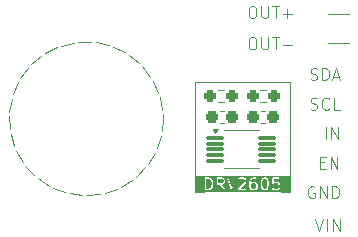
<source format=gto>
G04 #@! TF.GenerationSoftware,KiCad,Pcbnew,8.0.5*
G04 #@! TF.CreationDate,2024-10-05T11:22:00+02:00*
G04 #@! TF.ProjectId,DRV2605-breakout,44525632-3630-4352-9d62-7265616b6f75,rev?*
G04 #@! TF.SameCoordinates,Original*
G04 #@! TF.FileFunction,Legend,Top*
G04 #@! TF.FilePolarity,Positive*
%FSLAX46Y46*%
G04 Gerber Fmt 4.6, Leading zero omitted, Abs format (unit mm)*
G04 Created by KiCad (PCBNEW 8.0.5) date 2024-10-05 11:22:00*
%MOMM*%
%LPD*%
G01*
G04 APERTURE LIST*
G04 Aperture macros list*
%AMRoundRect*
0 Rectangle with rounded corners*
0 $1 Rounding radius*
0 $2 $3 $4 $5 $6 $7 $8 $9 X,Y pos of 4 corners*
0 Add a 4 corners polygon primitive as box body*
4,1,4,$2,$3,$4,$5,$6,$7,$8,$9,$2,$3,0*
0 Add four circle primitives for the rounded corners*
1,1,$1+$1,$2,$3*
1,1,$1+$1,$4,$5*
1,1,$1+$1,$6,$7*
1,1,$1+$1,$8,$9*
0 Add four rect primitives between the rounded corners*
20,1,$1+$1,$2,$3,$4,$5,0*
20,1,$1+$1,$4,$5,$6,$7,0*
20,1,$1+$1,$6,$7,$8,$9,0*
20,1,$1+$1,$8,$9,$2,$3,0*%
G04 Aperture macros list end*
%ADD10C,0.001000*%
%ADD11C,0.100000*%
%ADD12C,0.125000*%
%ADD13C,0.120000*%
%ADD14RoundRect,0.075000X-0.650000X-0.075000X0.650000X-0.075000X0.650000X0.075000X-0.650000X0.075000X0*%
%ADD15RoundRect,0.237500X-0.250000X-0.237500X0.250000X-0.237500X0.250000X0.237500X-0.250000X0.237500X0*%
%ADD16RoundRect,0.237500X0.250000X0.237500X-0.250000X0.237500X-0.250000X-0.237500X0.250000X-0.237500X0*%
%ADD17C,1.700000*%
%ADD18O,1.700000X1.700000*%
%ADD19RoundRect,0.237500X0.300000X0.237500X-0.300000X0.237500X-0.300000X-0.237500X0.300000X-0.237500X0*%
%ADD20RoundRect,0.237500X-0.300000X-0.237500X0.300000X-0.237500X0.300000X0.237500X-0.300000X0.237500X0*%
G04 APERTURE END LIST*
D10*
X126003973Y-79750660D02*
X126804826Y-79750660D01*
X126804826Y-81069937D01*
X126003973Y-81069937D01*
X126003973Y-79750660D01*
G36*
X126003973Y-79750660D02*
G01*
X126804826Y-79750660D01*
X126804826Y-81069937D01*
X126003973Y-81069937D01*
X126003973Y-79750660D01*
G37*
X118699147Y-79750000D02*
X119500000Y-79750000D01*
X119500000Y-81069277D01*
X118699147Y-81069277D01*
X118699147Y-79750000D01*
G36*
X118699147Y-79750000D02*
G01*
X119500000Y-79750000D01*
X119500000Y-81069277D01*
X118699147Y-81069277D01*
X118699147Y-79750000D01*
G37*
D11*
X118750000Y-71750000D02*
X126750000Y-71750000D01*
X126750000Y-79750000D01*
X118750000Y-79750000D01*
X118750000Y-71750000D01*
D12*
G36*
X119996689Y-80001057D02*
G01*
X120074321Y-80078689D01*
X120114337Y-80158722D01*
X120158426Y-80335076D01*
X120158426Y-80462545D01*
X120114337Y-80638899D01*
X120074320Y-80718932D01*
X119996689Y-80796564D01*
X119877450Y-80836311D01*
X119711998Y-80836311D01*
X119711998Y-79961311D01*
X119877450Y-79961311D01*
X119996689Y-80001057D01*
G37*
G36*
X123850572Y-80378749D02*
G01*
X123883845Y-80412022D01*
X123920331Y-80484994D01*
X123920331Y-80693579D01*
X123883845Y-80766549D01*
X123850569Y-80799826D01*
X123777600Y-80836311D01*
X123616634Y-80836311D01*
X123543664Y-80799826D01*
X123510388Y-80766549D01*
X123473903Y-80693579D01*
X123473903Y-80484994D01*
X123510389Y-80412022D01*
X123543662Y-80378749D01*
X123616634Y-80342263D01*
X123777600Y-80342263D01*
X123850572Y-80378749D01*
G37*
G36*
X124755334Y-79997797D02*
G01*
X124788607Y-80031070D01*
X124828623Y-80111103D01*
X124872712Y-80287457D01*
X124872712Y-80510164D01*
X124828623Y-80686518D01*
X124788607Y-80766549D01*
X124755331Y-80799826D01*
X124682362Y-80836311D01*
X124616634Y-80836311D01*
X124543664Y-80799826D01*
X124510388Y-80766549D01*
X124470372Y-80686518D01*
X124426284Y-80510163D01*
X124426284Y-80287457D01*
X124470372Y-80111102D01*
X124510389Y-80031070D01*
X124543662Y-79997797D01*
X124616634Y-79961311D01*
X124682362Y-79961311D01*
X124755334Y-79997797D01*
G37*
G36*
X121088667Y-79997797D02*
G01*
X121121940Y-80031070D01*
X121158426Y-80104042D01*
X121158426Y-80217389D01*
X121121940Y-80290361D01*
X121088667Y-80323634D01*
X121015695Y-80360120D01*
X120711998Y-80360120D01*
X120711998Y-79961311D01*
X121015695Y-79961311D01*
X121088667Y-79997797D01*
G37*
G36*
X126061204Y-81072422D02*
G01*
X119475887Y-81072422D01*
X119475887Y-79898811D01*
X119586998Y-79898811D01*
X119586998Y-80898811D01*
X119591756Y-80922728D01*
X119591756Y-80922729D01*
X119625580Y-80956553D01*
X119649498Y-80961311D01*
X119887593Y-80961311D01*
X119897418Y-80959356D01*
X119907357Y-80958104D01*
X120050214Y-80910485D01*
X120052935Y-80908934D01*
X120054367Y-80908934D01*
X120062695Y-80903369D01*
X120071400Y-80898407D01*
X120072040Y-80897125D01*
X120074644Y-80895386D01*
X120169883Y-80800147D01*
X120175449Y-80791815D01*
X120181590Y-80783904D01*
X120229209Y-80688666D01*
X120231017Y-80682061D01*
X120233941Y-80675873D01*
X120281560Y-80485398D01*
X120281932Y-80477748D01*
X120283426Y-80470239D01*
X120283426Y-80327382D01*
X120281932Y-80319872D01*
X120281560Y-80312223D01*
X120233941Y-80121748D01*
X120231017Y-80115559D01*
X120229209Y-80108955D01*
X120181590Y-80013717D01*
X120175442Y-80005795D01*
X120169882Y-79997474D01*
X120074644Y-79902236D01*
X120072040Y-79900496D01*
X120071400Y-79899215D01*
X120070691Y-79898811D01*
X120586998Y-79898811D01*
X120586998Y-80898811D01*
X120591756Y-80922729D01*
X120625580Y-80956553D01*
X120673416Y-80956553D01*
X120707240Y-80922729D01*
X120711998Y-80898811D01*
X120711998Y-80485120D01*
X120855052Y-80485120D01*
X121169724Y-80934653D01*
X121187338Y-80951518D01*
X121234445Y-80959831D01*
X121273633Y-80932399D01*
X121281946Y-80885293D01*
X121272128Y-80862970D01*
X121007634Y-80485120D01*
X121030450Y-80485120D01*
X121033521Y-80484509D01*
X121034880Y-80484962D01*
X121044540Y-80482316D01*
X121054368Y-80480362D01*
X121055381Y-80479348D01*
X121058401Y-80478522D01*
X121153639Y-80430903D01*
X121161560Y-80424755D01*
X121169882Y-80419195D01*
X121217501Y-80371576D01*
X121223061Y-80363254D01*
X121229209Y-80355333D01*
X121276828Y-80260095D01*
X121277654Y-80257075D01*
X121278668Y-80256062D01*
X121280622Y-80246234D01*
X121283268Y-80236574D01*
X121282815Y-80235215D01*
X121283426Y-80232144D01*
X121283426Y-80089287D01*
X121282815Y-80086215D01*
X121283268Y-80084857D01*
X121280622Y-80075196D01*
X121278668Y-80065369D01*
X121277654Y-80064355D01*
X121276828Y-80061336D01*
X121229209Y-79966098D01*
X121223061Y-79958176D01*
X121217501Y-79949855D01*
X121169882Y-79902236D01*
X121161560Y-79896675D01*
X121158603Y-79894380D01*
X121444299Y-79894380D01*
X121447348Y-79918575D01*
X121780681Y-80918575D01*
X121792759Y-80939761D01*
X121796935Y-80941849D01*
X121799024Y-80946026D01*
X121817819Y-80952291D01*
X121835543Y-80961153D01*
X121839974Y-80959676D01*
X121844405Y-80961153D01*
X121862129Y-80952291D01*
X121880924Y-80946026D01*
X121883012Y-80941849D01*
X121887189Y-80939761D01*
X121899267Y-80918575D01*
X121913828Y-80874893D01*
X122353661Y-80874893D01*
X122353661Y-80922729D01*
X122387485Y-80956553D01*
X122411403Y-80961311D01*
X123030450Y-80961311D01*
X123054368Y-80956553D01*
X123088192Y-80922729D01*
X123088192Y-80874893D01*
X123054368Y-80841069D01*
X123030450Y-80836311D01*
X122562291Y-80836311D01*
X123027025Y-80371576D01*
X123028764Y-80368972D01*
X123030046Y-80368332D01*
X123035008Y-80359627D01*
X123040573Y-80351299D01*
X123040573Y-80349866D01*
X123042124Y-80347146D01*
X123048712Y-80327382D01*
X123348903Y-80327382D01*
X123348903Y-80708334D01*
X123349513Y-80711405D01*
X123349061Y-80712764D01*
X123351706Y-80722424D01*
X123353661Y-80732252D01*
X123354674Y-80733265D01*
X123355501Y-80736285D01*
X123403120Y-80831523D01*
X123409260Y-80839434D01*
X123414827Y-80847766D01*
X123462446Y-80895386D01*
X123470774Y-80900950D01*
X123478690Y-80907094D01*
X123573928Y-80954713D01*
X123576947Y-80955539D01*
X123577961Y-80956553D01*
X123587788Y-80958507D01*
X123597449Y-80961153D01*
X123598807Y-80960700D01*
X123601879Y-80961311D01*
X123792355Y-80961311D01*
X123795426Y-80960700D01*
X123796785Y-80961153D01*
X123806445Y-80958507D01*
X123816273Y-80956553D01*
X123817286Y-80955539D01*
X123820306Y-80954713D01*
X123915544Y-80907094D01*
X123923459Y-80900950D01*
X123931788Y-80895386D01*
X123979407Y-80847766D01*
X123984970Y-80839438D01*
X123991114Y-80831523D01*
X124038733Y-80736285D01*
X124039559Y-80733265D01*
X124040573Y-80732252D01*
X124042527Y-80722424D01*
X124045173Y-80712764D01*
X124044720Y-80711405D01*
X124045331Y-80708334D01*
X124045331Y-80470239D01*
X124044720Y-80467167D01*
X124045173Y-80465809D01*
X124042527Y-80456148D01*
X124040573Y-80446321D01*
X124039559Y-80445307D01*
X124038733Y-80442288D01*
X123991114Y-80347050D01*
X123984966Y-80339128D01*
X123979406Y-80330807D01*
X123931787Y-80283188D01*
X123926662Y-80279763D01*
X124301284Y-80279763D01*
X124301284Y-80517858D01*
X124302777Y-80525367D01*
X124303150Y-80533016D01*
X124350769Y-80723492D01*
X124353692Y-80729680D01*
X124355501Y-80736285D01*
X124403120Y-80831523D01*
X124409260Y-80839434D01*
X124414827Y-80847766D01*
X124462446Y-80895386D01*
X124470774Y-80900950D01*
X124478690Y-80907094D01*
X124573928Y-80954713D01*
X124576947Y-80955539D01*
X124577961Y-80956553D01*
X124587788Y-80958507D01*
X124597449Y-80961153D01*
X124598807Y-80960700D01*
X124601879Y-80961311D01*
X124697117Y-80961311D01*
X124700188Y-80960700D01*
X124701547Y-80961153D01*
X124711207Y-80958507D01*
X124721035Y-80956553D01*
X124722048Y-80955539D01*
X124725068Y-80954713D01*
X124820306Y-80907094D01*
X124828221Y-80900950D01*
X124836550Y-80895386D01*
X124884169Y-80847766D01*
X124889732Y-80839438D01*
X124895876Y-80831523D01*
X124943495Y-80736285D01*
X124945303Y-80729680D01*
X124948227Y-80723492D01*
X124995846Y-80533017D01*
X124996218Y-80525367D01*
X124997712Y-80517858D01*
X124997712Y-80368782D01*
X125253975Y-80368782D01*
X125256330Y-80393055D01*
X125258423Y-80395613D01*
X125258423Y-80398918D01*
X125273292Y-80413787D01*
X125286620Y-80430077D01*
X125289911Y-80430406D01*
X125292248Y-80432743D01*
X125313285Y-80432743D01*
X125334219Y-80434836D01*
X125336777Y-80432743D01*
X125340082Y-80432743D01*
X125360359Y-80419195D01*
X125400805Y-80378749D01*
X125473777Y-80342263D01*
X125682362Y-80342263D01*
X125755334Y-80378749D01*
X125788607Y-80412022D01*
X125825093Y-80484994D01*
X125825093Y-80693579D01*
X125788607Y-80766549D01*
X125755331Y-80799826D01*
X125682362Y-80836311D01*
X125473777Y-80836311D01*
X125400807Y-80799826D01*
X125360360Y-80759378D01*
X125340083Y-80745830D01*
X125292248Y-80745829D01*
X125258423Y-80779654D01*
X125258422Y-80827489D01*
X125271970Y-80847766D01*
X125319589Y-80895386D01*
X125327917Y-80900950D01*
X125335833Y-80907094D01*
X125431071Y-80954713D01*
X125434090Y-80955539D01*
X125435104Y-80956553D01*
X125444931Y-80958507D01*
X125454592Y-80961153D01*
X125455950Y-80960700D01*
X125459022Y-80961311D01*
X125697117Y-80961311D01*
X125700188Y-80960700D01*
X125701547Y-80961153D01*
X125711207Y-80958507D01*
X125721035Y-80956553D01*
X125722048Y-80955539D01*
X125725068Y-80954713D01*
X125820306Y-80907094D01*
X125828221Y-80900950D01*
X125836550Y-80895386D01*
X125884169Y-80847766D01*
X125889732Y-80839438D01*
X125895876Y-80831523D01*
X125943495Y-80736285D01*
X125944321Y-80733265D01*
X125945335Y-80732252D01*
X125947289Y-80722424D01*
X125949935Y-80712764D01*
X125949482Y-80711405D01*
X125950093Y-80708334D01*
X125950093Y-80470239D01*
X125949482Y-80467167D01*
X125949935Y-80465809D01*
X125947289Y-80456148D01*
X125945335Y-80446321D01*
X125944321Y-80445307D01*
X125943495Y-80442288D01*
X125895876Y-80347050D01*
X125889728Y-80339128D01*
X125884168Y-80330807D01*
X125836549Y-80283188D01*
X125828227Y-80277627D01*
X125820306Y-80271480D01*
X125725068Y-80223861D01*
X125722048Y-80223034D01*
X125721035Y-80222021D01*
X125711207Y-80220066D01*
X125701547Y-80217421D01*
X125700188Y-80217873D01*
X125697117Y-80217263D01*
X125459022Y-80217263D01*
X125455950Y-80217873D01*
X125454592Y-80217421D01*
X125444931Y-80220066D01*
X125435104Y-80222021D01*
X125434090Y-80223034D01*
X125431071Y-80223861D01*
X125392144Y-80243324D01*
X125420346Y-79961311D01*
X125839974Y-79961311D01*
X125863892Y-79956553D01*
X125897716Y-79922729D01*
X125897716Y-79874893D01*
X125863892Y-79841069D01*
X125839974Y-79836311D01*
X125363784Y-79836311D01*
X125348829Y-79839285D01*
X125345730Y-79838976D01*
X125344233Y-79840200D01*
X125339866Y-79841069D01*
X125324991Y-79855943D01*
X125308708Y-79869266D01*
X125307408Y-79873526D01*
X125306042Y-79874893D01*
X125306042Y-79878007D01*
X125301594Y-79892592D01*
X125253975Y-80368782D01*
X124997712Y-80368782D01*
X124997712Y-80279763D01*
X124996218Y-80272253D01*
X124995846Y-80264604D01*
X124948227Y-80074129D01*
X124945303Y-80067940D01*
X124943495Y-80061336D01*
X124895876Y-79966098D01*
X124889728Y-79958176D01*
X124884168Y-79949855D01*
X124836549Y-79902236D01*
X124828227Y-79896675D01*
X124820306Y-79890528D01*
X124725068Y-79842909D01*
X124722048Y-79842082D01*
X124721035Y-79841069D01*
X124711207Y-79839114D01*
X124701547Y-79836469D01*
X124700188Y-79836921D01*
X124697117Y-79836311D01*
X124601879Y-79836311D01*
X124598807Y-79836921D01*
X124597449Y-79836469D01*
X124587788Y-79839114D01*
X124577961Y-79841069D01*
X124576947Y-79842082D01*
X124573928Y-79842909D01*
X124478690Y-79890528D01*
X124470768Y-79896675D01*
X124462447Y-79902236D01*
X124414828Y-79949855D01*
X124409267Y-79958176D01*
X124403120Y-79966098D01*
X124355501Y-80061336D01*
X124353692Y-80067940D01*
X124350769Y-80074129D01*
X124303150Y-80264605D01*
X124302777Y-80272253D01*
X124301284Y-80279763D01*
X123926662Y-80279763D01*
X123923465Y-80277627D01*
X123915544Y-80271480D01*
X123820306Y-80223861D01*
X123817286Y-80223034D01*
X123816273Y-80222021D01*
X123806445Y-80220066D01*
X123796785Y-80217421D01*
X123795426Y-80217873D01*
X123792355Y-80217263D01*
X123601879Y-80217263D01*
X123598807Y-80217873D01*
X123597449Y-80217421D01*
X123587788Y-80220066D01*
X123577961Y-80222021D01*
X123576947Y-80223034D01*
X123573928Y-80223861D01*
X123491389Y-80265130D01*
X123517030Y-80162566D01*
X123602831Y-80033866D01*
X123638900Y-79997797D01*
X123711872Y-79961311D01*
X123887593Y-79961311D01*
X123911511Y-79956553D01*
X123945335Y-79922729D01*
X123945335Y-79874893D01*
X123911511Y-79841069D01*
X123887593Y-79836311D01*
X123697117Y-79836311D01*
X123694045Y-79836921D01*
X123692687Y-79836469D01*
X123683026Y-79839114D01*
X123673199Y-79841069D01*
X123672185Y-79842082D01*
X123669166Y-79842909D01*
X123573928Y-79890528D01*
X123566006Y-79896675D01*
X123557685Y-79902236D01*
X123510066Y-79949855D01*
X123506629Y-79954998D01*
X123502257Y-79959380D01*
X123407019Y-80102237D01*
X123402942Y-80112106D01*
X123398388Y-80121748D01*
X123350769Y-80312224D01*
X123350396Y-80319872D01*
X123348903Y-80327382D01*
X123048712Y-80327382D01*
X123089743Y-80204290D01*
X123090995Y-80194349D01*
X123092950Y-80184525D01*
X123092950Y-80089287D01*
X123092339Y-80086215D01*
X123092792Y-80084857D01*
X123090146Y-80075196D01*
X123088192Y-80065369D01*
X123087178Y-80064355D01*
X123086352Y-80061336D01*
X123038733Y-79966098D01*
X123032585Y-79958176D01*
X123027025Y-79949855D01*
X122979406Y-79902236D01*
X122971084Y-79896675D01*
X122963163Y-79890528D01*
X122867925Y-79842909D01*
X122864905Y-79842082D01*
X122863892Y-79841069D01*
X122854064Y-79839114D01*
X122844404Y-79836469D01*
X122843045Y-79836921D01*
X122839974Y-79836311D01*
X122601879Y-79836311D01*
X122598807Y-79836921D01*
X122597449Y-79836469D01*
X122587788Y-79839114D01*
X122577961Y-79841069D01*
X122576947Y-79842082D01*
X122573928Y-79842909D01*
X122478690Y-79890528D01*
X122470768Y-79896675D01*
X122462447Y-79902236D01*
X122414828Y-79949855D01*
X122401280Y-79970132D01*
X122401280Y-80017966D01*
X122435105Y-80051791D01*
X122482939Y-80051791D01*
X122503216Y-80038243D01*
X122543662Y-79997797D01*
X122616634Y-79961311D01*
X122825219Y-79961311D01*
X122898191Y-79997797D01*
X122931464Y-80031070D01*
X122967950Y-80104042D01*
X122967950Y-80174382D01*
X122928203Y-80293621D01*
X122367209Y-80854617D01*
X122353663Y-80874890D01*
X122353661Y-80874893D01*
X121913828Y-80874893D01*
X122232600Y-79918576D01*
X122235649Y-79894380D01*
X122214257Y-79851596D01*
X122168876Y-79836469D01*
X122126092Y-79857861D01*
X122114014Y-79879047D01*
X121839974Y-80701167D01*
X121565934Y-79879047D01*
X121553856Y-79857861D01*
X121511072Y-79836469D01*
X121465691Y-79851596D01*
X121444299Y-79894380D01*
X121158603Y-79894380D01*
X121153639Y-79890528D01*
X121058401Y-79842909D01*
X121055381Y-79842082D01*
X121054368Y-79841069D01*
X121044540Y-79839114D01*
X121034880Y-79836469D01*
X121033521Y-79836921D01*
X121030450Y-79836311D01*
X120649498Y-79836311D01*
X120625580Y-79841069D01*
X120591756Y-79874893D01*
X120586998Y-79898811D01*
X120070691Y-79898811D01*
X120062695Y-79894252D01*
X120054367Y-79888688D01*
X120052935Y-79888688D01*
X120050214Y-79887137D01*
X119907357Y-79839518D01*
X119897418Y-79838265D01*
X119887593Y-79836311D01*
X119649498Y-79836311D01*
X119625580Y-79841069D01*
X119591756Y-79874893D01*
X119586998Y-79898811D01*
X119475887Y-79898811D01*
X119475887Y-79725200D01*
X126061204Y-79725200D01*
X126061204Y-81072422D01*
G37*
D11*
X130000000Y-68500000D02*
X131750000Y-68500000D01*
X130000000Y-66000000D02*
X131750000Y-66000000D01*
D12*
X128927474Y-83371119D02*
X129260807Y-84371119D01*
X129260807Y-84371119D02*
X129594140Y-83371119D01*
X129927474Y-84371119D02*
X129927474Y-83371119D01*
X130403664Y-84371119D02*
X130403664Y-83371119D01*
X130403664Y-83371119D02*
X130975092Y-84371119D01*
X130975092Y-84371119D02*
X130975092Y-83371119D01*
X128844140Y-80668738D02*
X128748902Y-80621119D01*
X128748902Y-80621119D02*
X128606045Y-80621119D01*
X128606045Y-80621119D02*
X128463188Y-80668738D01*
X128463188Y-80668738D02*
X128367950Y-80763976D01*
X128367950Y-80763976D02*
X128320331Y-80859214D01*
X128320331Y-80859214D02*
X128272712Y-81049690D01*
X128272712Y-81049690D02*
X128272712Y-81192547D01*
X128272712Y-81192547D02*
X128320331Y-81383023D01*
X128320331Y-81383023D02*
X128367950Y-81478261D01*
X128367950Y-81478261D02*
X128463188Y-81573500D01*
X128463188Y-81573500D02*
X128606045Y-81621119D01*
X128606045Y-81621119D02*
X128701283Y-81621119D01*
X128701283Y-81621119D02*
X128844140Y-81573500D01*
X128844140Y-81573500D02*
X128891759Y-81525880D01*
X128891759Y-81525880D02*
X128891759Y-81192547D01*
X128891759Y-81192547D02*
X128701283Y-81192547D01*
X129320331Y-81621119D02*
X129320331Y-80621119D01*
X129320331Y-80621119D02*
X129891759Y-81621119D01*
X129891759Y-81621119D02*
X129891759Y-80621119D01*
X130367950Y-81621119D02*
X130367950Y-80621119D01*
X130367950Y-80621119D02*
X130606045Y-80621119D01*
X130606045Y-80621119D02*
X130748902Y-80668738D01*
X130748902Y-80668738D02*
X130844140Y-80763976D01*
X130844140Y-80763976D02*
X130891759Y-80859214D01*
X130891759Y-80859214D02*
X130939378Y-81049690D01*
X130939378Y-81049690D02*
X130939378Y-81192547D01*
X130939378Y-81192547D02*
X130891759Y-81383023D01*
X130891759Y-81383023D02*
X130844140Y-81478261D01*
X130844140Y-81478261D02*
X130748902Y-81573500D01*
X130748902Y-81573500D02*
X130606045Y-81621119D01*
X130606045Y-81621119D02*
X130367950Y-81621119D01*
X129320331Y-78597309D02*
X129653664Y-78597309D01*
X129796521Y-79121119D02*
X129320331Y-79121119D01*
X129320331Y-79121119D02*
X129320331Y-78121119D01*
X129320331Y-78121119D02*
X129796521Y-78121119D01*
X130225093Y-79121119D02*
X130225093Y-78121119D01*
X130225093Y-78121119D02*
X130796521Y-79121119D01*
X130796521Y-79121119D02*
X130796521Y-78121119D01*
X129820331Y-76621119D02*
X129820331Y-75621119D01*
X130296521Y-76621119D02*
X130296521Y-75621119D01*
X130296521Y-75621119D02*
X130867949Y-76621119D01*
X130867949Y-76621119D02*
X130867949Y-75621119D01*
X128522712Y-74073500D02*
X128665569Y-74121119D01*
X128665569Y-74121119D02*
X128903664Y-74121119D01*
X128903664Y-74121119D02*
X128998902Y-74073500D01*
X128998902Y-74073500D02*
X129046521Y-74025880D01*
X129046521Y-74025880D02*
X129094140Y-73930642D01*
X129094140Y-73930642D02*
X129094140Y-73835404D01*
X129094140Y-73835404D02*
X129046521Y-73740166D01*
X129046521Y-73740166D02*
X128998902Y-73692547D01*
X128998902Y-73692547D02*
X128903664Y-73644928D01*
X128903664Y-73644928D02*
X128713188Y-73597309D01*
X128713188Y-73597309D02*
X128617950Y-73549690D01*
X128617950Y-73549690D02*
X128570331Y-73502071D01*
X128570331Y-73502071D02*
X128522712Y-73406833D01*
X128522712Y-73406833D02*
X128522712Y-73311595D01*
X128522712Y-73311595D02*
X128570331Y-73216357D01*
X128570331Y-73216357D02*
X128617950Y-73168738D01*
X128617950Y-73168738D02*
X128713188Y-73121119D01*
X128713188Y-73121119D02*
X128951283Y-73121119D01*
X128951283Y-73121119D02*
X129094140Y-73168738D01*
X130094140Y-74025880D02*
X130046521Y-74073500D01*
X130046521Y-74073500D02*
X129903664Y-74121119D01*
X129903664Y-74121119D02*
X129808426Y-74121119D01*
X129808426Y-74121119D02*
X129665569Y-74073500D01*
X129665569Y-74073500D02*
X129570331Y-73978261D01*
X129570331Y-73978261D02*
X129522712Y-73883023D01*
X129522712Y-73883023D02*
X129475093Y-73692547D01*
X129475093Y-73692547D02*
X129475093Y-73549690D01*
X129475093Y-73549690D02*
X129522712Y-73359214D01*
X129522712Y-73359214D02*
X129570331Y-73263976D01*
X129570331Y-73263976D02*
X129665569Y-73168738D01*
X129665569Y-73168738D02*
X129808426Y-73121119D01*
X129808426Y-73121119D02*
X129903664Y-73121119D01*
X129903664Y-73121119D02*
X130046521Y-73168738D01*
X130046521Y-73168738D02*
X130094140Y-73216357D01*
X130998902Y-74121119D02*
X130522712Y-74121119D01*
X130522712Y-74121119D02*
X130522712Y-73121119D01*
X128522712Y-71573500D02*
X128665569Y-71621119D01*
X128665569Y-71621119D02*
X128903664Y-71621119D01*
X128903664Y-71621119D02*
X128998902Y-71573500D01*
X128998902Y-71573500D02*
X129046521Y-71525880D01*
X129046521Y-71525880D02*
X129094140Y-71430642D01*
X129094140Y-71430642D02*
X129094140Y-71335404D01*
X129094140Y-71335404D02*
X129046521Y-71240166D01*
X129046521Y-71240166D02*
X128998902Y-71192547D01*
X128998902Y-71192547D02*
X128903664Y-71144928D01*
X128903664Y-71144928D02*
X128713188Y-71097309D01*
X128713188Y-71097309D02*
X128617950Y-71049690D01*
X128617950Y-71049690D02*
X128570331Y-71002071D01*
X128570331Y-71002071D02*
X128522712Y-70906833D01*
X128522712Y-70906833D02*
X128522712Y-70811595D01*
X128522712Y-70811595D02*
X128570331Y-70716357D01*
X128570331Y-70716357D02*
X128617950Y-70668738D01*
X128617950Y-70668738D02*
X128713188Y-70621119D01*
X128713188Y-70621119D02*
X128951283Y-70621119D01*
X128951283Y-70621119D02*
X129094140Y-70668738D01*
X129522712Y-71621119D02*
X129522712Y-70621119D01*
X129522712Y-70621119D02*
X129760807Y-70621119D01*
X129760807Y-70621119D02*
X129903664Y-70668738D01*
X129903664Y-70668738D02*
X129998902Y-70763976D01*
X129998902Y-70763976D02*
X130046521Y-70859214D01*
X130046521Y-70859214D02*
X130094140Y-71049690D01*
X130094140Y-71049690D02*
X130094140Y-71192547D01*
X130094140Y-71192547D02*
X130046521Y-71383023D01*
X130046521Y-71383023D02*
X129998902Y-71478261D01*
X129998902Y-71478261D02*
X129903664Y-71573500D01*
X129903664Y-71573500D02*
X129760807Y-71621119D01*
X129760807Y-71621119D02*
X129522712Y-71621119D01*
X130475093Y-71335404D02*
X130951283Y-71335404D01*
X130379855Y-71621119D02*
X130713188Y-70621119D01*
X130713188Y-70621119D02*
X131046521Y-71621119D01*
X123510807Y-68011175D02*
X123701283Y-68011175D01*
X123701283Y-68011175D02*
X123796521Y-68058794D01*
X123796521Y-68058794D02*
X123891759Y-68154032D01*
X123891759Y-68154032D02*
X123939378Y-68344508D01*
X123939378Y-68344508D02*
X123939378Y-68677841D01*
X123939378Y-68677841D02*
X123891759Y-68868317D01*
X123891759Y-68868317D02*
X123796521Y-68963556D01*
X123796521Y-68963556D02*
X123701283Y-69011175D01*
X123701283Y-69011175D02*
X123510807Y-69011175D01*
X123510807Y-69011175D02*
X123415569Y-68963556D01*
X123415569Y-68963556D02*
X123320331Y-68868317D01*
X123320331Y-68868317D02*
X123272712Y-68677841D01*
X123272712Y-68677841D02*
X123272712Y-68344508D01*
X123272712Y-68344508D02*
X123320331Y-68154032D01*
X123320331Y-68154032D02*
X123415569Y-68058794D01*
X123415569Y-68058794D02*
X123510807Y-68011175D01*
X124367950Y-68011175D02*
X124367950Y-68820698D01*
X124367950Y-68820698D02*
X124415569Y-68915936D01*
X124415569Y-68915936D02*
X124463188Y-68963556D01*
X124463188Y-68963556D02*
X124558426Y-69011175D01*
X124558426Y-69011175D02*
X124748902Y-69011175D01*
X124748902Y-69011175D02*
X124844140Y-68963556D01*
X124844140Y-68963556D02*
X124891759Y-68915936D01*
X124891759Y-68915936D02*
X124939378Y-68820698D01*
X124939378Y-68820698D02*
X124939378Y-68011175D01*
X125272712Y-68011175D02*
X125844140Y-68011175D01*
X125558426Y-69011175D02*
X125558426Y-68011175D01*
X126177474Y-68630222D02*
X126939379Y-68630222D01*
X123510807Y-65371119D02*
X123701283Y-65371119D01*
X123701283Y-65371119D02*
X123796521Y-65418738D01*
X123796521Y-65418738D02*
X123891759Y-65513976D01*
X123891759Y-65513976D02*
X123939378Y-65704452D01*
X123939378Y-65704452D02*
X123939378Y-66037785D01*
X123939378Y-66037785D02*
X123891759Y-66228261D01*
X123891759Y-66228261D02*
X123796521Y-66323500D01*
X123796521Y-66323500D02*
X123701283Y-66371119D01*
X123701283Y-66371119D02*
X123510807Y-66371119D01*
X123510807Y-66371119D02*
X123415569Y-66323500D01*
X123415569Y-66323500D02*
X123320331Y-66228261D01*
X123320331Y-66228261D02*
X123272712Y-66037785D01*
X123272712Y-66037785D02*
X123272712Y-65704452D01*
X123272712Y-65704452D02*
X123320331Y-65513976D01*
X123320331Y-65513976D02*
X123415569Y-65418738D01*
X123415569Y-65418738D02*
X123510807Y-65371119D01*
X124367950Y-65371119D02*
X124367950Y-66180642D01*
X124367950Y-66180642D02*
X124415569Y-66275880D01*
X124415569Y-66275880D02*
X124463188Y-66323500D01*
X124463188Y-66323500D02*
X124558426Y-66371119D01*
X124558426Y-66371119D02*
X124748902Y-66371119D01*
X124748902Y-66371119D02*
X124844140Y-66323500D01*
X124844140Y-66323500D02*
X124891759Y-66275880D01*
X124891759Y-66275880D02*
X124939378Y-66180642D01*
X124939378Y-66180642D02*
X124939378Y-65371119D01*
X125272712Y-65371119D02*
X125844140Y-65371119D01*
X125558426Y-66371119D02*
X125558426Y-65371119D01*
X126177474Y-65990166D02*
X126939379Y-65990166D01*
X126558426Y-66371119D02*
X126558426Y-65609214D01*
D11*
X116000000Y-74875000D02*
X115907145Y-75969757D01*
X115827689Y-76361721D02*
X115486896Y-77406219D01*
X115319894Y-77769619D02*
X114749231Y-78708479D01*
X114503537Y-79024049D02*
X113733260Y-79807495D01*
X113421900Y-80058502D02*
X112492847Y-80644996D01*
X112132329Y-80818133D02*
X111093758Y-81176581D01*
X110703196Y-81262669D02*
X109610170Y-81374066D01*
X109210272Y-81368539D02*
X108120742Y-81226979D01*
X107732708Y-81130132D02*
X106704439Y-80743120D01*
X106348843Y-80560087D02*
X105436353Y-79948142D01*
X105132049Y-79688627D02*
X104383715Y-78884194D01*
X104146836Y-78561955D02*
X103602336Y-77607683D01*
X103445440Y-77239807D02*
X103133641Y-76186290D01*
X103065048Y-75792280D02*
X103002482Y-74695375D01*
X103025828Y-74296120D02*
X103215811Y-73213982D01*
X103329858Y-72830651D02*
X103762319Y-71820655D01*
X103961021Y-71473571D02*
X104613030Y-70589264D01*
X104885852Y-70296830D02*
X105722841Y-69585097D01*
X106055318Y-69362816D02*
X107032911Y-68861392D01*
X107407416Y-68721050D02*
X108473783Y-68456520D01*
X108870460Y-68405558D02*
X109969063Y-68391946D01*
X110366881Y-68433065D02*
X111439474Y-68671094D01*
X111817341Y-68802115D02*
X112807057Y-69279164D01*
X113144939Y-69493140D02*
X113999305Y-70183917D01*
X114279288Y-70469503D02*
X114953006Y-71337385D01*
X115160246Y-71679439D02*
X115617597Y-72678411D01*
X115741106Y-73058799D02*
X115957842Y-74135897D01*
X115991072Y-74534451D02*
X116000000Y-74875000D01*
D13*
X122675000Y-75890000D02*
X121175000Y-75890000D01*
X122675000Y-75890000D02*
X124175000Y-75890000D01*
X122675000Y-79110000D02*
X121175000Y-79110000D01*
X122675000Y-79110000D02*
X124175000Y-79110000D01*
X120462500Y-76090000D02*
X120222500Y-75760000D01*
X120702500Y-75760000D01*
X120462500Y-76090000D01*
G36*
X120462500Y-76090000D02*
G01*
X120222500Y-75760000D01*
X120702500Y-75760000D01*
X120462500Y-76090000D01*
G37*
X124282776Y-72477500D02*
X124792224Y-72477500D01*
X124282776Y-73522500D02*
X124792224Y-73522500D01*
X121217224Y-73522500D02*
X120707776Y-73522500D01*
X121217224Y-72477500D02*
X120707776Y-72477500D01*
X124658767Y-75260000D02*
X124366233Y-75260000D01*
X124658767Y-74240000D02*
X124366233Y-74240000D01*
X120866233Y-74240000D02*
X121158767Y-74240000D01*
X120866233Y-75260000D02*
X121158767Y-75260000D01*
%LPC*%
D14*
X120475000Y-76500000D03*
X120475000Y-77000000D03*
X120475000Y-77500000D03*
X120475000Y-78000000D03*
X120475000Y-78500000D03*
X124875000Y-78500000D03*
X124875000Y-78000000D03*
X124875000Y-77500000D03*
X124875000Y-77000000D03*
X124875000Y-76500000D03*
D15*
X123625000Y-73000000D03*
X125450000Y-73000000D03*
D16*
X121875000Y-73000000D03*
X120050000Y-73000000D03*
D17*
X133000000Y-66000000D03*
D18*
X133000000Y-68540000D03*
X133000000Y-71080000D03*
X133000000Y-73620000D03*
X133000000Y-76160000D03*
X133000000Y-78700000D03*
X133000000Y-81240000D03*
X133000000Y-83780000D03*
D17*
X128750000Y-66000000D03*
D18*
X128750000Y-68540000D03*
D19*
X125375000Y-74750000D03*
X123650000Y-74750000D03*
D20*
X120150000Y-74750000D03*
X121875000Y-74750000D03*
%LPD*%
M02*

</source>
